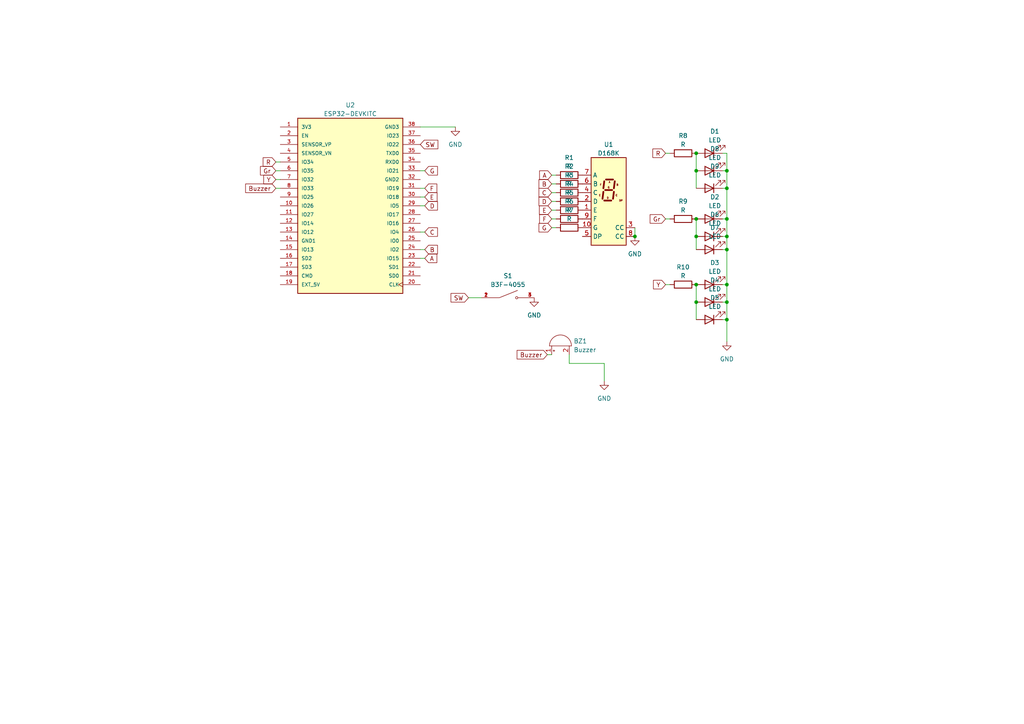
<source format=kicad_sch>
(kicad_sch (version 20230121) (generator eeschema)
  (paper "A4")
  (lib_symbols
    (symbol "B3F-4055:B3F-4055" (pin_names (offset 1.016))
      (property "Reference" "S" (at -2.54 2.54 0))
      (property "Value" "B3F-4055" (at -2.54 -2.54 0))
      (symbol "B3F-4055_0_0"
        (polyline (pts (xy -2.54 0) (xy -5.08 0)) (stroke (width 0.1524)))
        (polyline (pts (xy -2.54 0) (xy 2.794 2.1336)) (stroke (width 0.1524)))
        (polyline (pts (xy 5.08 0) (xy 2.921 0)) (stroke (width 0.1524)))
        (circle (center 2.54 0) (radius 0.3302) (stroke (width 0.1524)))
        (pin passive line (at -7.62 0 0) (length 2.54) (name "~") (number "1"))
        (pin passive line (at -7.62 0 0) (length 2.54) (name "~") (number "2"))
        (pin passive line (at 7.62 0 180) (length 2.54) (name "~") (number "3"))
        (pin passive line (at 7.62 0 180) (length 2.54) (name "~") (number "4"))
      )
    )
    (symbol "Device:Buzzer" (pin_names (offset 0.0254) hide)
      (property "Reference" "BZ" (at 3.81 1.27 0))
      (property "Value" "Buzzer" (at 3.81 -1.27 0))
      (symbol "Buzzer_0_1"
        (arc (start 0 -3.175) (mid 3.1612 0) (end 0 3.175))
        (polyline (pts (xy -1.651 1.905) (xy -1.143 1.905)))
        (polyline (pts (xy -1.397 2.159) (xy -1.397 1.651)))
        (polyline (pts (xy 0 3.175) (xy 0 -3.175)))
      )
      (symbol "Buzzer_1_1"
        (pin passive line (at -2.54 2.54 0) (length 2.54) (name "-") (number "1"))
        (pin passive line (at -2.54 -2.54 0) (length 2.54) (name "+") (number "2"))
      )
    )
    (symbol "Device:LED" (pin_numbers hide) (pin_names (offset 1.016) hide)
      (property "Reference" "D" (at 0 2.54 0))
      (property "Value" "LED" (at 0 -2.54 0))
      (symbol "LED_0_1"
        (polyline (pts (xy -1.27 -1.27) (xy -1.27 1.27)) (stroke (width 0.254)))
        (polyline (pts (xy -1.27 0) (xy 1.27 0)))
        (polyline (pts (xy 1.27 -1.27) (xy 1.27 1.27) (xy -1.27 0) (xy 1.27 -1.27)) (stroke (width 0.254)))
        (polyline (pts (xy -3.048 -0.762) (xy -4.572 -2.286) (xy -3.81 -2.286) (xy -4.572 -2.286) (xy -4.572 -1.524)))
        (polyline (pts (xy -1.778 -0.762) (xy -3.302 -2.286) (xy -2.54 -2.286) (xy -3.302 -2.286) (xy -3.302 -1.524)))
      )
      (symbol "LED_1_1"
        (pin passive line (at -3.81 0 0) (length 2.54) (name "K") (number "1"))
        (pin passive line (at 3.81 0 180) (length 2.54) (name "A") (number "2"))
      )
    )
    (symbol "Device:R" (pin_numbers hide) (pin_names (offset 0))
      (property "Reference" "R" (at 2.032 0 90))
      (property "Value" "R" (at 0 0 90))
      (symbol "R_0_1"
        (rectangle (start -1.016 -2.54) (end 1.016 2.54) (stroke (width 0.254)))
      )
      (symbol "R_1_1"
        (pin passive line (at 0 3.81 270) (length 1.27) (name "~") (number "1"))
        (pin passive line (at 0 -3.81 90) (length 1.27) (name "~") (number "2"))
      )
    )
    (symbol "Display_Character:D168K"
      (property "Reference" "U" (at -2.54 13.97 0))
      (property "Value" "D168K" (at 1.27 13.97 0))
      (symbol "D168K_0_0"
        (text "A" (at 0.254 5.588 0) (effects (font (size 0.508 0.508))))
        (text "B" (at 2.54 4.826 0) (effects (font (size 0.508 0.508))))
        (text "C" (at 2.286 1.778 0) (effects (font (size 0.508 0.508))))
        (text "D" (at -0.254 1.016 0) (effects (font (size 0.508 0.508))))
        (text "DP" (at 3.556 0.254 0) (effects (font (size 0.508 0.508))))
        (text "E" (at -2.54 1.778 0) (effects (font (size 0.508 0.508))))
        (text "F" (at -2.286 4.826 0) (effects (font (size 0.508 0.508))))
        (text "G" (at 0 4.064 0) (effects (font (size 0.508 0.508))))
      )
      (symbol "D168K_0_1"
        (rectangle (start -5.08 12.7) (end 5.08 -12.7) (stroke (width 0.254)) (fill (type background)))
        (polyline (pts (xy -1.524 2.794) (xy -1.778 0.762)) (stroke (width 0.508)))
        (polyline (pts (xy -1.27 0.254) (xy 0.762 0.254)) (stroke (width 0.508)))
        (polyline (pts (xy -1.27 5.842) (xy -1.524 3.81)) (stroke (width 0.508)))
        (polyline (pts (xy -1.016 3.302) (xy 1.016 3.302)) (stroke (width 0.508)))
        (polyline (pts (xy -0.762 6.35) (xy 1.27 6.35)) (stroke (width 0.508)))
        (polyline (pts (xy 1.524 2.794) (xy 1.27 0.762)) (stroke (width 0.508)))
        (polyline (pts (xy 1.778 5.842) (xy 1.524 3.81)) (stroke (width 0.508)))
        (polyline (pts (xy 2.54 0.254) (xy 2.54 0.254)) (stroke (width 0.508)))
      )
      (symbol "D168K_1_1"
        (pin input line (at -7.62 -2.54 0) (length 2.54) (name "E") (number "1"))
        (pin input line (at -7.62 -7.62 0) (length 2.54) (name "G") (number "10"))
        (pin input line (at -7.62 0 0) (length 2.54) (name "D") (number "2"))
        (pin input line (at 7.62 -7.62 180) (length 2.54) (name "CC") (number "3"))
        (pin input line (at -7.62 2.54 0) (length 2.54) (name "C") (number "4"))
        (pin input line (at -7.62 -10.16 0) (length 2.54) (name "DP") (number "5"))
        (pin input line (at -7.62 5.08 0) (length 2.54) (name "B") (number "6"))
        (pin input line (at -7.62 7.62 0) (length 2.54) (name "A") (number "7"))
        (pin input line (at 7.62 -10.16 180) (length 2.54) (name "CC") (number "8"))
        (pin input line (at -7.62 -5.08 0) (length 2.54) (name "F") (number "9"))
      )
    )
    (symbol "ESP32-DEVKITC:ESP32-DEVKITC" (pin_names (offset 1.016))
      (property "Reference" "U" (at -15.2572 26.0643 0))
      (property "Value" "ESP32-DEVKITC" (at -15.2563 -27.9698 0))
      (symbol "ESP32-DEVKITC_0_0"
        (rectangle (start -15.24 -25.4) (end 15.24 25.4) (stroke (width 0.254)) (fill (type background)))
        (pin power_in line (at -20.32 22.86 0) (length 5.08) (name "3V3") (number "1"))
        (pin bidirectional line (at -20.32 0 0) (length 5.08) (name "IO26") (number "10"))
        (pin bidirectional line (at -20.32 -2.54 0) (length 5.08) (name "IO27") (number "11"))
        (pin bidirectional line (at -20.32 -5.08 0) (length 5.08) (name "IO14") (number "12"))
        (pin bidirectional line (at -20.32 -7.62 0) (length 5.08) (name "IO12") (number "13"))
        (pin power_in line (at -20.32 -10.16 0) (length 5.08) (name "GND1") (number "14"))
        (pin bidirectional line (at -20.32 -12.7 0) (length 5.08) (name "IO13") (number "15"))
        (pin bidirectional line (at -20.32 -15.24 0) (length 5.08) (name "SD2") (number "16"))
        (pin bidirectional line (at -20.32 -17.78 0) (length 5.08) (name "SD3") (number "17"))
        (pin bidirectional line (at -20.32 -20.32 0) (length 5.08) (name "CMD") (number "18"))
        (pin power_in line (at -20.32 -22.86 0) (length 5.08) (name "EXT_5V") (number "19"))
        (pin input line (at -20.32 20.32 0) (length 5.08) (name "EN") (number "2"))
        (pin input clock (at 20.32 -22.86 180) (length 5.08) (name "CLK") (number "20"))
        (pin bidirectional line (at 20.32 -20.32 180) (length 5.08) (name "SD0") (number "21"))
        (pin bidirectional line (at 20.32 -17.78 180) (length 5.08) (name "SD1") (number "22"))
        (pin bidirectional line (at 20.32 -15.24 180) (length 5.08) (name "IO15") (number "23"))
        (pin bidirectional line (at 20.32 -12.7 180) (length 5.08) (name "IO2") (number "24"))
        (pin bidirectional line (at 20.32 -10.16 180) (length 5.08) (name "IO0") (number "25"))
        (pin bidirectional line (at 20.32 -7.62 180) (length 5.08) (name "IO4") (number "26"))
        (pin bidirectional line (at 20.32 -5.08 180) (length 5.08) (name "IO16") (number "27"))
        (pin bidirectional line (at 20.32 -2.54 180) (length 5.08) (name "IO17") (number "28"))
        (pin bidirectional line (at 20.32 0 180) (length 5.08) (name "IO5") (number "29"))
        (pin input line (at -20.32 17.78 0) (length 5.08) (name "SENSOR_VP") (number "3"))
        (pin bidirectional line (at 20.32 2.54 180) (length 5.08) (name "IO18") (number "30"))
        (pin bidirectional line (at 20.32 5.08 180) (length 5.08) (name "IO19") (number "31"))
        (pin power_in line (at 20.32 7.62 180) (length 5.08) (name "GND2") (number "32"))
        (pin bidirectional line (at 20.32 10.16 180) (length 5.08) (name "IO21") (number "33"))
        (pin input line (at 20.32 12.7 180) (length 5.08) (name "RXD0") (number "34"))
        (pin output line (at 20.32 15.24 180) (length 5.08) (name "TXD0") (number "35"))
        (pin bidirectional line (at 20.32 17.78 180) (length 5.08) (name "IO22") (number "36"))
        (pin bidirectional line (at 20.32 20.32 180) (length 5.08) (name "IO23") (number "37"))
        (pin power_in line (at 20.32 22.86 180) (length 5.08) (name "GND3") (number "38"))
        (pin input line (at -20.32 15.24 0) (length 5.08) (name "SENSOR_VN") (number "4"))
        (pin bidirectional line (at -20.32 12.7 0) (length 5.08) (name "IO34") (number "5"))
        (pin bidirectional line (at -20.32 10.16 0) (length 5.08) (name "IO35") (number "6"))
        (pin bidirectional line (at -20.32 7.62 0) (length 5.08) (name "IO32") (number "7"))
        (pin bidirectional line (at -20.32 5.08 0) (length 5.08) (name "IO33") (number "8"))
        (pin bidirectional line (at -20.32 2.54 0) (length 5.08) (name "IO25") (number "9"))
      )
    )
    (symbol "power:GND" (power) (pin_names (offset 0))
      (property "Value" "GND" (at 0 -3.81 0))
      (symbol "GND_0_1"
        (polyline (pts (xy 0 0) (xy 0 -1.27) (xy 1.27 -1.27) (xy 0 -2.54) (xy -1.27 -1.27) (xy 0 -1.27)))
      )
      (symbol "GND_1_1"
        (pin power_in line (at 0 0 270) (length 0) hide (name "GND") (number "1"))
      )
    )
  )
  (junction (at 201.93 87.63))
  (junction (at 210.82 82.55))
  (junction (at 210.82 87.63))
  (junction (at 201.93 63.5))
  (junction (at 210.82 92.71))
  (junction (at 210.82 68.58))
  (junction (at 184.15 68.58))
  (junction (at 201.93 82.55))
  (junction (at 210.82 49.53))
  (junction (at 201.93 49.53))
  (junction (at 201.93 68.58))
  (junction (at 210.82 63.5))
  (junction (at 210.82 72.39))
  (junction (at 210.82 54.61))
  (junction (at 201.93 44.45))
  (wire (pts (xy 160.02 66.04) (xy 161.29 66.04)))
  (wire (pts (xy 209.55 72.39) (xy 210.82 72.39)))
  (wire (pts (xy 201.93 82.55) (xy 201.93 87.63)))
  (wire (pts (xy 123.19 72.39) (xy 121.92 72.39)))
  (wire (pts (xy 80.01 52.07) (xy 81.28 52.07)))
  (wire (pts (xy 193.04 82.55) (xy 194.31 82.55)))
  (wire (pts (xy 209.55 68.58) (xy 210.82 68.58)))
  (wire (pts (xy 209.55 82.55) (xy 210.82 82.55)))
  (wire (pts (xy 80.01 54.61) (xy 81.28 54.61)))
  (wire (pts (xy 201.93 63.5) (xy 201.93 68.58)))
  (wire (pts (xy 160.02 53.34) (xy 161.29 53.34)))
  (wire (pts (xy 209.55 49.53) (xy 210.82 49.53)))
  (wire (pts (xy 160.02 63.5) (xy 161.29 63.5)))
  (wire (pts (xy 209.55 44.45) (xy 210.82 44.45)))
  (wire (pts (xy 123.19 49.53) (xy 121.92 49.53)))
  (wire (pts (xy 160.02 60.96) (xy 161.29 60.96)))
  (wire (pts (xy 165.1 105.41) (xy 175.26 105.41)))
  (wire (pts (xy 210.82 68.58) (xy 210.82 72.39)))
  (wire (pts (xy 210.82 87.63) (xy 210.82 92.71)))
  (wire (pts (xy 201.93 49.53) (xy 201.93 54.61)))
  (wire (pts (xy 165.1 102.87) (xy 165.1 105.41)))
  (wire (pts (xy 209.55 63.5) (xy 210.82 63.5)))
  (wire (pts (xy 209.55 87.63) (xy 210.82 87.63)))
  (wire (pts (xy 123.19 59.69) (xy 121.92 59.69)))
  (wire (pts (xy 210.82 82.55) (xy 210.82 87.63)))
  (wire (pts (xy 210.82 49.53) (xy 210.82 54.61)))
  (wire (pts (xy 210.82 72.39) (xy 210.82 82.55)))
  (wire (pts (xy 123.19 54.61) (xy 121.92 54.61)))
  (wire (pts (xy 201.93 68.58) (xy 201.93 72.39)))
  (wire (pts (xy 184.15 66.04) (xy 184.15 68.58)))
  (wire (pts (xy 121.92 36.83) (xy 132.08 36.83)))
  (wire (pts (xy 209.55 54.61) (xy 210.82 54.61)))
  (wire (pts (xy 158.75 102.87) (xy 160.02 102.87)))
  (wire (pts (xy 80.01 46.99) (xy 81.28 46.99)))
  (wire (pts (xy 160.02 55.88) (xy 161.29 55.88)))
  (wire (pts (xy 193.04 44.45) (xy 194.31 44.45)))
  (wire (pts (xy 201.93 87.63) (xy 201.93 92.71)))
  (wire (pts (xy 193.04 63.5) (xy 194.31 63.5)))
  (wire (pts (xy 210.82 44.45) (xy 210.82 49.53)))
  (wire (pts (xy 123.19 67.31) (xy 121.92 67.31)))
  (wire (pts (xy 201.93 44.45) (xy 201.93 49.53)))
  (wire (pts (xy 209.55 92.71) (xy 210.82 92.71)))
  (wire (pts (xy 175.26 105.41) (xy 175.26 110.49)))
  (wire (pts (xy 210.82 92.71) (xy 210.82 99.06)))
  (wire (pts (xy 135.89 86.36) (xy 139.7 86.36)))
  (wire (pts (xy 210.82 54.61) (xy 210.82 63.5)))
  (wire (pts (xy 80.01 49.53) (xy 81.28 49.53)))
  (wire (pts (xy 160.02 58.42) (xy 161.29 58.42)))
  (wire (pts (xy 123.19 74.93) (xy 121.92 74.93)))
  (wire (pts (xy 210.82 63.5) (xy 210.82 68.58)))
  (wire (pts (xy 123.19 57.15) (xy 121.92 57.15)))
  (wire (pts (xy 160.02 50.8) (xy 161.29 50.8)))
  (global_label "Gr" (shape input) (at 193.04 63.5 180) (property "Intersheetrefs" "${INTERSHEET_REFS}" (effects hide)))
  (global_label "R" (shape input) (at 193.04 44.45 180) (property "Intersheetrefs" "${INTERSHEET_REFS}" (effects hide)))
  (global_label "SW" (shape input) (at 121.92 41.91 0) (property "Intersheetrefs" "${INTERSHEET_REFS}" (effects hide)))
  (global_label "C" (shape input) (at 160.02 55.88 180) (property "Intersheetrefs" "${INTERSHEET_REFS}" (effects hide)))
  (global_label "SW" (shape input) (at 135.89 86.36 180) (property "Intersheetrefs" "${INTERSHEET_REFS}" (effects hide)))
  (global_label "Gr" (shape input) (at 80.01 49.53 180) (property "Intersheetrefs" "${INTERSHEET_REFS}" (effects hide)))
  (global_label "C" (shape input) (at 123.19 67.31 0) (property "Intersheetrefs" "${INTERSHEET_REFS}" (effects hide)))
  (global_label "Buzzer" (shape input) (at 158.75 102.87 180) (property "Intersheetrefs" "${INTERSHEET_REFS}" (effects hide)))
  (global_label "Buzzer" (shape input) (at 80.01 54.61 180) (property "Intersheetrefs" "${INTERSHEET_REFS}" (effects hide)))
  (global_label "A" (shape input) (at 160.02 50.8 180) (property "Intersheetrefs" "${INTERSHEET_REFS}" (effects hide)))
  (global_label "G" (shape input) (at 160.02 66.04 180) (property "Intersheetrefs" "${INTERSHEET_REFS}" (effects hide)))
  (global_label "F" (shape input) (at 123.19 54.61 0) (property "Intersheetrefs" "${INTERSHEET_REFS}" (effects hide)))
  (global_label "R" (shape input) (at 80.01 46.99 180) (property "Intersheetrefs" "${INTERSHEET_REFS}" (effects hide)))
  (global_label "G" (shape input) (at 123.19 49.53 0) (property "Intersheetrefs" "${INTERSHEET_REFS}" (effects hide)))
  (global_label "D" (shape input) (at 123.19 59.69 0) (property "Intersheetrefs" "${INTERSHEET_REFS}" (effects hide)))
  (global_label "B" (shape input) (at 123.19 72.39 0) (property "Intersheetrefs" "${INTERSHEET_REFS}" (effects hide)))
  (global_label "D" (shape input) (at 160.02 58.42 180) (property "Intersheetrefs" "${INTERSHEET_REFS}" (effects hide)))
  (global_label "F" (shape input) (at 160.02 63.5 180) (property "Intersheetrefs" "${INTERSHEET_REFS}" (effects hide)))
  (global_label "E" (shape input) (at 160.02 60.96 180) (property "Intersheetrefs" "${INTERSHEET_REFS}" (effects hide)))
  (global_label "Y" (shape input) (at 80.01 52.07 180) (property "Intersheetrefs" "${INTERSHEET_REFS}" (effects hide)))
  (global_label "Y" (shape input) (at 193.04 82.55 180) (property "Intersheetrefs" "${INTERSHEET_REFS}" (effects hide)))
  (global_label "A" (shape input) (at 123.19 74.93 0) (property "Intersheetrefs" "${INTERSHEET_REFS}" (effects hide)))
  (global_label "B" (shape input) (at 160.02 53.34 180) (property "Intersheetrefs" "${INTERSHEET_REFS}" (effects hide)))
  (global_label "E" (shape input) (at 123.19 57.15 0) (property "Intersheetrefs" "${INTERSHEET_REFS}" (effects hide)))
  (symbol (lib_id "Device:R") (at 165.1 60.96 270) (unit 1)
    (property "Reference" "R5" (at 165.1 55.88 90))
    (property "Value" "R" (at 165.1 58.42 90))
    (property "Footprint" "Resistor_THT:R_Axial_DIN0411_L9.9mm_D3.6mm_P15.24mm_Horizontal" (effects hide))
  )
  (symbol (lib_id "B3F-4055:B3F-4055") (at 147.32 86.36 0) (unit 1)
    (property "Reference" "S1" (at 147.32 80.01 0))
    (property "Value" "B3F-4055" (at 147.32 82.55 0))
    (property "Footprint" "SW_B3F-4055" (effects hide))
    (property "PARTREV" "A070-E1-08" (effects hide))
    (property "STANDARD" "Manufacturer Recommendations" (effects hide))
    (property "MAXIMUM_PACKAGE_HEIGHT" "7.5 mm" (effects hide))
    (property "MANUFACTURER" "Omron Electronics" (effects hide))
  )
  (symbol (lib_id "Display_Character:D168K") (at 176.53 58.42 0) (unit 1)
    (property "Reference" "U1" (at 176.53 41.91 0))
    (property "Value" "D168K" (at 176.53 44.45 0))
    (property "Footprint" "Display_7Segment:D1X8K" (effects hide))
    (property "Datasheet" "https://ia800903.us.archive.org/24/items/CTKD1x8K/Cromatek%20D168K.pdf" (effects hide))
  )
  (symbol (lib_id "Device:R") (at 198.12 82.55 270) (unit 1)
    (property "Reference" "R10" (at 198.12 77.47 90))
    (property "Value" "R" (at 198.12 80.01 90))
    (property "Footprint" "Resistor_THT:R_Axial_DIN0411_L9.9mm_D3.6mm_P15.24mm_Horizontal" (effects hide))
  )
  (symbol (lib_id "ESP32-DEVKITC:ESP32-DEVKITC") (at 101.6 59.69 0) (unit 1)
    (property "Reference" "U2" (at 101.6 30.48 0))
    (property "Value" "ESP32-DEVKITC" (at 101.6 33.02 0))
    (property "Footprint" "MODULE_ESP32-DEVKITC" (effects hide))
    (property "PARTREV" "N/A" (effects hide))
    (property "STANDARD" "Manufacturer Recommendations" (effects hide))
    (property "MANUFACTURER" "ESPRESSIF" (effects hide))
  )
  (symbol (lib_id "Device:Buzzer") (at 162.56 100.33 90) (unit 1)
    (property "Reference" "BZ1" (at 166.37 98.9399 90) (effects (justify right)))
    (property "Value" "Buzzer" (at 166.37 101.4799 90) (effects (justify right)))
    (property "Footprint" "Buzzer_Beeper:Buzzer_15x7.5RM7.6" (effects hide))
  )
  (symbol (lib_id "Device:R") (at 165.1 53.34 270) (unit 1)
    (property "Reference" "R2" (at 165.1 48.26 90))
    (property "Value" "R" (at 165.1 50.8 90))
    (property "Footprint" "Resistor_THT:R_Axial_DIN0411_L9.9mm_D3.6mm_P15.24mm_Horizontal" (effects hide))
  )
  (symbol (lib_id "Device:LED") (at 205.74 68.58 180) (unit 1)
    (property "Reference" "D6" (at 207.3275 62.23 0))
    (property "Value" "LED" (at 207.3275 64.77 0))
    (property "Footprint" "LED_THT:LED_D5.0mm" (effects hide))
  )
  (symbol (lib_id "power:GND") (at 175.26 110.49 0) (unit 1)
    (property "Reference" "#PWR03" (effects hide))
    (property "Value" "GND" (at 175.26 115.57 0))
  )
  (symbol (lib_id "Device:LED") (at 205.74 92.71 180) (unit 1)
    (property "Reference" "D5" (at 207.3275 86.36 0))
    (property "Value" "LED" (at 207.3275 88.9 0))
    (property "Footprint" "LED_THT:LED_D5.0mm" (effects hide))
  )
  (symbol (lib_id "Device:R") (at 198.12 63.5 270) (unit 1)
    (property "Reference" "R9" (at 198.12 58.42 90))
    (property "Value" "R" (at 198.12 60.96 90))
    (property "Footprint" "Resistor_THT:R_Axial_DIN0411_L9.9mm_D3.6mm_P15.24mm_Horizontal" (effects hide))
  )
  (symbol (lib_id "power:GND") (at 154.94 86.36 0) (unit 1)
    (property "Reference" "#PWR05" (effects hide))
    (property "Value" "GND" (at 154.94 91.44 0))
  )
  (symbol (lib_id "power:GND") (at 184.15 68.58 0) (unit 1)
    (property "Reference" "#PWR01" (effects hide))
    (property "Value" "GND" (at 184.15 73.66 0))
  )
  (symbol (lib_id "Device:LED") (at 205.74 87.63 180) (unit 1)
    (property "Reference" "D4" (at 207.3275 81.28 0))
    (property "Value" "LED" (at 207.3275 83.82 0))
    (property "Footprint" "LED_THT:LED_D5.0mm" (effects hide))
  )
  (symbol (lib_id "Device:LED") (at 205.74 54.61 180) (unit 1)
    (property "Reference" "D9" (at 207.3275 48.26 0))
    (property "Value" "LED" (at 207.3275 50.8 0))
    (property "Footprint" "LED_THT:LED_D5.0mm" (effects hide))
  )
  (symbol (lib_id "Device:LED") (at 205.74 49.53 180) (unit 1)
    (property "Reference" "D8" (at 207.3275 43.18 0))
    (property "Value" "LED" (at 207.3275 45.72 0))
    (property "Footprint" "LED_THT:LED_D5.0mm" (effects hide))
  )
  (symbol (lib_id "power:GND") (at 132.08 36.83 0) (unit 1)
    (property "Reference" "#PWR02" (effects hide))
    (property "Value" "GND" (at 132.08 41.91 0))
  )
  (symbol (lib_id "Device:R") (at 165.1 55.88 270) (unit 1)
    (property "Reference" "R3" (at 165.1 50.8 90))
    (property "Value" "R" (at 165.1 53.34 90))
    (property "Footprint" "Resistor_THT:R_Axial_DIN0411_L9.9mm_D3.6mm_P15.24mm_Horizontal" (effects hide))
  )
  (symbol (lib_id "Device:LED") (at 205.74 82.55 180) (unit 1)
    (property "Reference" "D3" (at 207.3275 76.2 0))
    (property "Value" "LED" (at 207.3275 78.74 0))
    (property "Footprint" "LED_THT:LED_D5.0mm" (effects hide))
  )
  (symbol (lib_id "Device:LED") (at 205.74 44.45 180) (unit 1)
    (property "Reference" "D1" (at 207.3275 38.1 0))
    (property "Value" "LED" (at 207.3275 40.64 0))
    (property "Footprint" "LED_THT:LED_D5.0mm" (effects hide))
  )
  (symbol (lib_id "Device:R") (at 165.1 50.8 270) (unit 1)
    (property "Reference" "R1" (at 165.1 45.72 90))
    (property "Value" "R" (at 165.1 48.26 90))
    (property "Footprint" "Resistor_THT:R_Axial_DIN0411_L9.9mm_D3.6mm_P15.24mm_Horizontal" (effects hide))
  )
  (symbol (lib_id "Device:LED") (at 205.74 63.5 180) (unit 1)
    (property "Reference" "D2" (at 207.3275 57.15 0))
    (property "Value" "LED" (at 207.3275 59.69 0))
    (property "Footprint" "LED_THT:LED_D5.0mm" (effects hide))
  )
  (symbol (lib_id "Device:R") (at 165.1 66.04 270) (unit 1)
    (property "Reference" "R7" (at 165.1 60.96 90))
    (property "Value" "R" (at 165.1 63.5 90))
    (property "Footprint" "Resistor_THT:R_Axial_DIN0411_L9.9mm_D3.6mm_P15.24mm_Horizontal" (effects hide))
  )
  (symbol (lib_id "Device:R") (at 198.12 44.45 270) (unit 1)
    (property "Reference" "R8" (at 198.12 39.37 90))
    (property "Value" "R" (at 198.12 41.91 90))
    (property "Footprint" "Resistor_THT:R_Axial_DIN0411_L9.9mm_D3.6mm_P15.24mm_Horizontal" (effects hide))
  )
  (symbol (lib_id "power:GND") (at 210.82 99.06 0) (unit 1)
    (property "Reference" "#PWR04" (effects hide))
    (property "Value" "GND" (at 210.82 104.14 0))
  )
  (symbol (lib_id "Device:R") (at 165.1 58.42 270) (unit 1)
    (property "Reference" "R4" (at 165.1 53.34 90))
    (property "Value" "R" (at 165.1 55.88 90))
    (property "Footprint" "Resistor_THT:R_Axial_DIN0411_L9.9mm_D3.6mm_P15.24mm_Horizontal" (effects hide))
  )
  (symbol (lib_id "Device:R") (at 165.1 63.5 270) (unit 1)
    (property "Reference" "R6" (at 165.1 58.42 90))
    (property "Value" "R" (at 165.1 60.96 90))
    (property "Footprint" "Resistor_THT:R_Axial_DIN0411_L9.9mm_D3.6mm_P15.24mm_Horizontal" (effects hide))
  )
  (symbol (lib_id "Device:LED") (at 205.74 72.39 180) (unit 1)
    (property "Reference" "D7" (at 207.3275 66.04 0))
    (property "Value" "LED" (at 207.3275 68.58 0))
    (property "Footprint" "LED_THT:LED_D5.0mm" (effects hide))
  )
)
</source>
